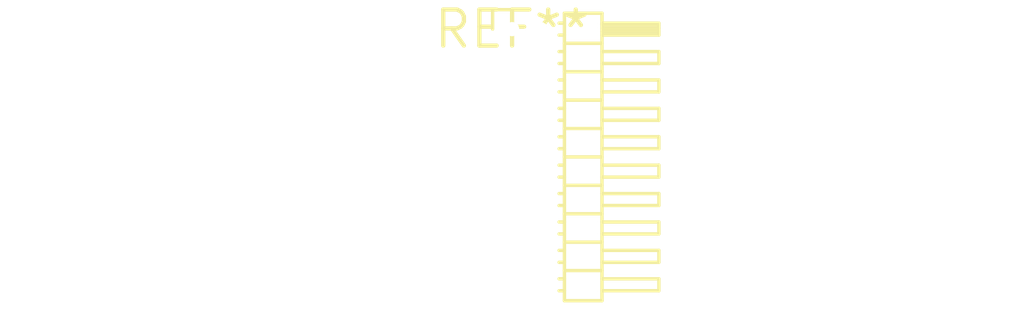
<source format=kicad_pcb>
(kicad_pcb (version 20240108) (generator pcbnew)
  (layers (0 "F.Cu" signal) (31 "B.Cu" signal) (34 "B.Paste" user) (35 "F.Paste" user) (36 "B.SilkS" user "B.Silkscreen") (37 "F.SilkS" user "F.Silkscreen") (38 "B.Mask" user) (39 "F.Mask" user) (44 "Edge.Cuts" user))
  (net 0 "")
  (footprint "PinHeader_2x10_P1.00mm_Horizontal" (layer "F.Cu") (at 0 0)
    (property "Reference" "REF**")
    (property "Value" "PinHeader_2x10_P1.00mm_Horizontal")
    (fp_line (start -0.685 -0.685) (end 0 -0.685) (layer "F.SilkS") (stroke (width 0.12)))
    (fp_line (start -0.685 0) (end -0.685 -0.685) (layer "F.SilkS") (stroke (width 0.12)))
    (fp_line (start 1.652016 -0.21) (end 1.84 -0.21) (layer "F.SilkS") (stroke (width 0.12)))
    (fp_line (start 1.652016 0.21) (end 1.84 0.21) (layer "F.SilkS") (stroke (width 0.12)))
    (fp_line (start 1.652016 0.79) (end 1.84 0.79) (layer "F.SilkS") (stroke (width 0.12)))
    (fp_line (start 1.652016 1.21) (end 1.84 1.21) (layer "F.SilkS") (stroke (width 0.12)))
    (fp_line (start 1.652016 1.79) (end 1.84 1.79) (layer "F.SilkS") (stroke (width 0.12)))
    (fp_line (start 1.652016 2.21) (end 1.84 2.21) (layer "F.SilkS") (stroke (width 0.12)))
    (fp_line (start 1.652016 2.79) (end 1.84 2.79) (layer "F.SilkS") (stroke (width 0.12)))
    (fp_line (start 1.652016 3.21) (end 1.84 3.21) (layer "F.SilkS") (stroke (width 0.12)))
    (fp_line (start 1.652016 3.79) (end 1.84 3.79) (layer "F.SilkS") (stroke (width 0.12)))
    (fp_line (start 1.652016 4.21) (end 1.84 4.21) (layer "F.SilkS") (stroke (width 0.12)))
    (fp_line (start 1.652016 4.79) (end 1.84 4.79) (layer "F.SilkS") (stroke (width 0.12)))
    (fp_line (start 1.652016 5.21) (end 1.84 5.21) (layer "F.SilkS") (stroke (width 0.12)))
    (fp_line (start 1.652016 5.79) (end 1.84 5.79) (layer "F.SilkS") (stroke (width 0.12)))
    (fp_line (start 1.652016 6.21) (end 1.84 6.21) (layer "F.SilkS") (stroke (width 0.12)))
    (fp_line (start 1.652016 6.79) (end 1.84 6.79) (layer "F.SilkS") (stroke (width 0.12)))
    (fp_line (start 1.652016 7.21) (end 1.84 7.21) (layer "F.SilkS") (stroke (width 0.12)))
    (fp_line (start 1.652016 7.79) (end 1.84 7.79) (layer "F.SilkS") (stroke (width 0.12)))
    (fp_line (start 1.652016 8.21) (end 1.84 8.21) (layer "F.SilkS") (stroke (width 0.12)))
    (fp_line (start 1.652016 8.79) (end 1.84 8.79) (layer "F.SilkS") (stroke (width 0.12)))
    (fp_line (start 1.652016 9.21) (end 1.84 9.21) (layer "F.SilkS") (stroke (width 0.12)))
    (fp_line (start 1.84 -0.56) (end 1.84 9.56) (layer "F.SilkS") (stroke (width 0.12)))
    (fp_line (start 1.84 0.5) (end 3.16 0.5) (layer "F.SilkS") (stroke (width 0.12)))
    (fp_line (start 1.84 1.5) (end 3.16 1.5) (layer "F.SilkS") (stroke (width 0.12)))
    (fp_line (start 1.84 2.5) (end 3.16 2.5) (layer "F.SilkS") (stroke (width 0.12)))
    (fp_line (start 1.84 3.5) (end 3.16 3.5) (layer "F.SilkS") (stroke (width 0.12)))
    (fp_line (start 1.84 4.5) (end 3.16 4.5) (layer "F.SilkS") (stroke (width 0.12)))
    (fp_line (start 1.84 5.5) (end 3.16 5.5) (layer "F.SilkS") (stroke (width 0.12)))
    (fp_line (start 1.84 6.5) (end 3.16 6.5) (layer "F.SilkS") (stroke (width 0.12)))
    (fp_line (start 1.84 7.5) (end 3.16 7.5) (layer "F.SilkS") (stroke (width 0.12)))
    (fp_line (start 1.84 8.5) (end 3.16 8.5) (layer "F.SilkS") (stroke (width 0.12)))
    (fp_line (start 1.84 9.56) (end 3.16 9.56) (layer "F.SilkS") (stroke (width 0.12)))
    (fp_line (start 3.16 -0.56) (end 1.84 -0.56) (layer "F.SilkS") (stroke (width 0.12)))
    (fp_line (start 3.16 -0.21) (end 5.16 -0.21) (layer "F.SilkS") (stroke (width 0.12)))
    (fp_line (start 3.16 -0.15) (end 5.16 -0.15) (layer "F.SilkS") (stroke (width 0.12)))
    (fp_line (start 3.16 -0.03) (end 5.16 -0.03) (layer "F.SilkS") (stroke (width 0.12)))
    (fp_line (start 3.16 0.09) (end 5.16 0.09) (layer "F.SilkS") (stroke (width 0.12)))
    (fp_line (start 3.16 0.79) (end 5.16 0.79) (layer "F.SilkS") (stroke (width 0.12)))
    (fp_line (start 3.16 1.79) (end 5.16 1.79) (layer "F.SilkS") (stroke (width 0.12)))
    (fp_line (start 3.16 2.79) (end 5.16 2.79) (layer "F.SilkS") (stroke (width 0.12)))
    (fp_line (start 3.16 3.79) (end 5.16 3.79) (layer "F.SilkS") (stroke (width 0.12)))
    (fp_line (start 3.16 4.79) (end 5.16 4.79) (layer "F.SilkS") (stroke (width 0.12)))
    (fp_line (start 3.16 5.79) (end 5.16 5.79) (layer "F.SilkS") (stroke (width 0.12)))
    (fp_line (start 3.16 6.79) (end 5.16 6.79) (layer "F.SilkS") (stroke (width 0.12)))
    (fp_line (start 3.16 7.79) (end 5.16 7.79) (layer "F.SilkS") (stroke (width 0.12)))
    (fp_line (start 3.16 8.79) (end 5.16 8.79) (layer "F.SilkS") (stroke (width 0.12)))
    (fp_line (start 3.16 9.56) (end 3.16 -0.56) (layer "F.SilkS") (stroke (width 0.12)))
    (fp_line (start 5.16 -0.21) (end 5.16 0.21) (layer "F.SilkS") (stroke (width 0.12)))
    (fp_line (start 5.16 0.21) (end 3.16 0.21) (layer "F.SilkS") (stroke (width 0.12)))
    (fp_line (start 5.16 0.79) (end 5.16 1.21) (layer "F.SilkS") (stroke (width 0.12)))
    (fp_line (start 5.16 1.21) (end 3.16 1.21) (layer "F.SilkS") (stroke (width 0.12)))
    (fp_line (start 5.16 1.79) (end 5.16 2.21) (layer "F.SilkS") (stroke (width 0.12)))
    (fp_line (start 5.16 2.21) (end 3.16 2.21) (layer "F.SilkS") (stroke (width 0.12)))
    (fp_line (start 5.16 2.79) (end 5.16 3.21) (layer "F.SilkS") (stroke (width 0.12)))
    (fp_line (start 5.16 3.21) (end 3.16 3.21) (layer "F.SilkS") (stroke (width 0.12)))
    (fp_line (start 5.16 3.79) (end 5.16 4.21) (layer "F.SilkS") (stroke (width 0.12)))
    (fp_line (start 5.16 4.21) (end 3.16 4.21) (layer "F.SilkS") (stroke (width 0.12)))
    (fp_line (start 5.16 4.79) (end 5.16 5.21) (layer "F.SilkS") (stroke (width 0.12)))
    (fp_line (start 5.16 5.21) (end 3.16 5.21) (layer "F.SilkS") (stroke (width 0.12)))
    (fp_line (start 5.16 5.79) (end 5.16 6.21) (layer "F.SilkS") (stroke (width 0.12)))
    (fp_line (start 5.16 6.21) (end 3.16 6.21) (layer "F.SilkS") (stroke (width 0.12)))
    (fp_line (start 5.16 6.79) (end 5.16 7.21) (layer "F.SilkS") (stroke (width 0.12)))
    (fp_line (start 5.16 7.21) (end 3.16 7.21) (layer "F.SilkS") (stroke (width 0.12)))
    (fp_line (start 5.16 7.79) (end 5.16 8.21) (layer "F.SilkS") (stroke (width 0.12)))
    (fp_line (start 5.16 8.21) (end 3.16 8.21) (layer "F.SilkS") (stroke (width 0.12)))
    (fp_line (start 5.16 8.79) (end 5.16 9.21) (layer "F.SilkS") (stroke (width 0.12)))
    (fp_line (start 5.16 9.21) (end 3.16 9.21) (layer "F.SilkS") (stroke (width 0.12)))
    (pad "1" thru_hole rect (at 0 0) (size 0.85 0.85) (drill 0.5) (layers *.Cu *.Mask) (remove_unused_layers))
    (pad "2" thru_hole oval (at 1 0) (size 0.85 0.85) (drill 0.5) (layers *.Cu *.Mask) (remove_unused_layers))
    (pad "3" thru_hole oval (at 0 1) (size 0.85 0.85) (drill 0.5) (layers *.Cu *.Mask) (remove_unused_layers))
    (pad "4" thru_hole oval (at 1 1) (size 0.85 0.85) (drill 0.5) (layers *.Cu *.Mask) (remove_unused_layers))
    (pad "5" thru_hole oval (at 0 2) (size 0.85 0.85) (drill 0.5) (layers *.Cu *.Mask) (remove_unused_layers))
    (pad "6" thru_hole oval (at 1 2) (size 0.85 0.85) (drill 0.5) (layers *.Cu *.Mask) (remove_unused_layers))
    (pad "7" thru_hole oval (at 0 3) (size 0.85 0.85) (drill 0.5) (layers *.Cu *.Mask) (remove_unused_layers))
    (pad "8" thru_hole oval (at 1 3) (size 0.85 0.85) (drill 0.5) (layers *.Cu *.Mask) (remove_unused_layers))
    (pad "9" thru_hole oval (at 0 4) (size 0.85 0.85) (drill 0.5) (layers *.Cu *.Mask) (remove_unused_layers))
    (pad "10" thru_hole oval (at 1 4) (size 0.85 0.85) (drill 0.5) (layers *.Cu *.Mask) (remove_unused_layers))
    (pad "11" thru_hole oval (at 0 5) (size 0.85 0.85) (drill 0.5) (layers *.Cu *.Mask) (remove_unused_layers))
    (pad "12" thru_hole oval (at 1 5) (size 0.85 0.85) (drill 0.5) (layers *.Cu *.Mask) (remove_unused_layers))
    (pad "13" thru_hole oval (at 0 6) (size 0.85 0.85) (drill 0.5) (layers *.Cu *.Mask) (remove_unused_layers))
    (pad "14" thru_hole oval (at 1 6) (size 0.85 0.85) (drill 0.5) (layers *.Cu *.Mask) (remove_unused_layers))
    (pad "15" thru_hole oval (at 0 7) (size 0.85 0.85) (drill 0.5) (layers *.Cu *.Mask) (remove_unused_layers))
    (pad "16" thru_hole oval (at 1 7) (size 0.85 0.85) (drill 0.5) (layers *.Cu *.Mask) (remove_unused_layers))
    (pad "17" thru_hole oval (at 0 8) (size 0.85 0.85) (drill 0.5) (layers *.Cu *.Mask) (remove_unused_layers))
    (pad "18" thru_hole oval (at 1 8) (size 0.85 0.85) (drill 0.5) (layers *.Cu *.Mask) (remove_unused_layers))
    (pad "19" thru_hole oval (at 0 9) (size 0.85 0.85) (drill 0.5) (layers *.Cu *.Mask) (remove_unused_layers))
    (pad "20" thru_hole oval (at 1 9) (size 0.85 0.85) (drill 0.5) (layers *.Cu *.Mask) (remove_unused_layers))
  )
)
</source>
